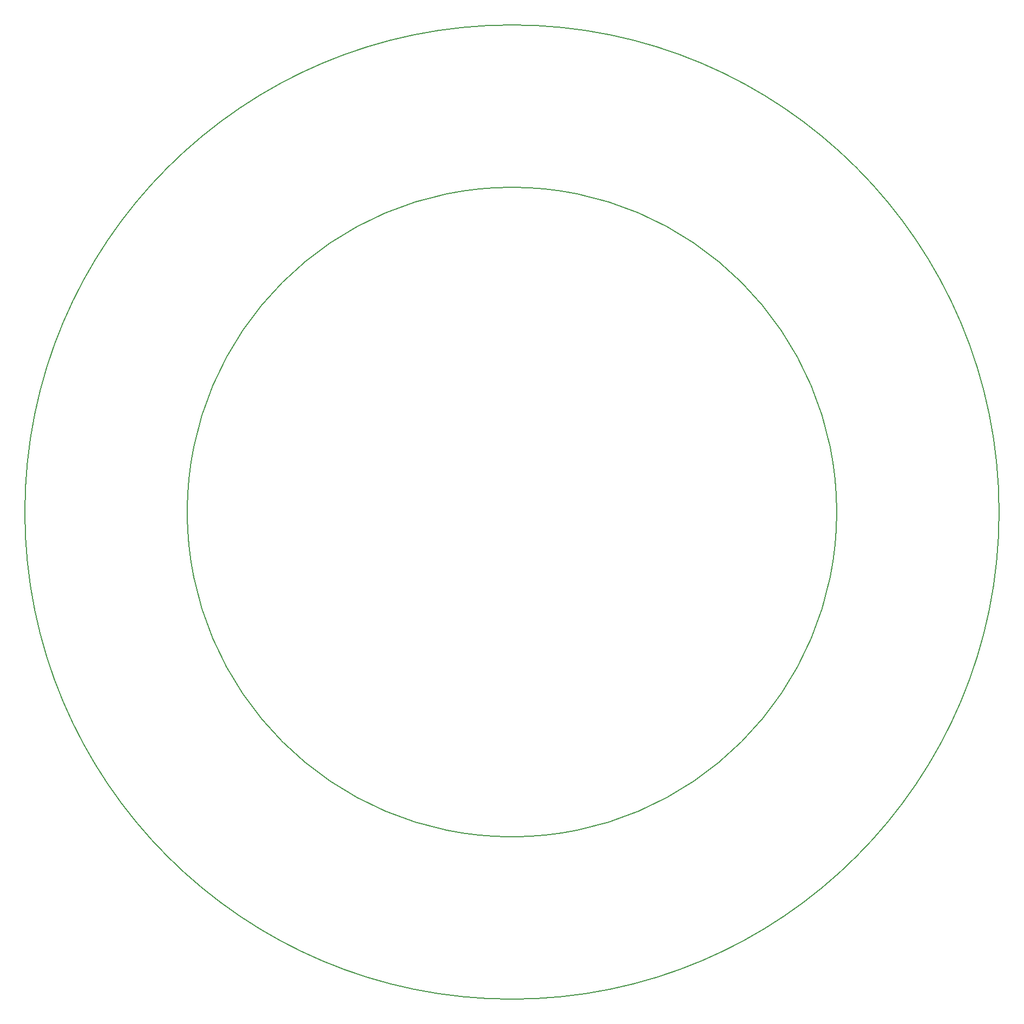
<source format=gbr>
G04 #@! TF.FileFunction,Profile,NP*
%FSLAX46Y46*%
G04 Gerber Fmt 4.6, Leading zero omitted, Abs format (unit mm)*
G04 Created by KiCad (PCBNEW 4.0.1-stable) date 2/3/2016 8:32:50 AM*
%MOMM*%
G01*
G04 APERTURE LIST*
%ADD10C,0.100000*%
%ADD11C,0.150000*%
G04 APERTURE END LIST*
D10*
D11*
X168200000Y-88300000D02*
G75*
G03X168200000Y-88300000I-76200000J0D01*
G01*
X142800000Y-88300000D02*
G75*
G03X142800000Y-88300000I-50800000J0D01*
G01*
M02*

</source>
